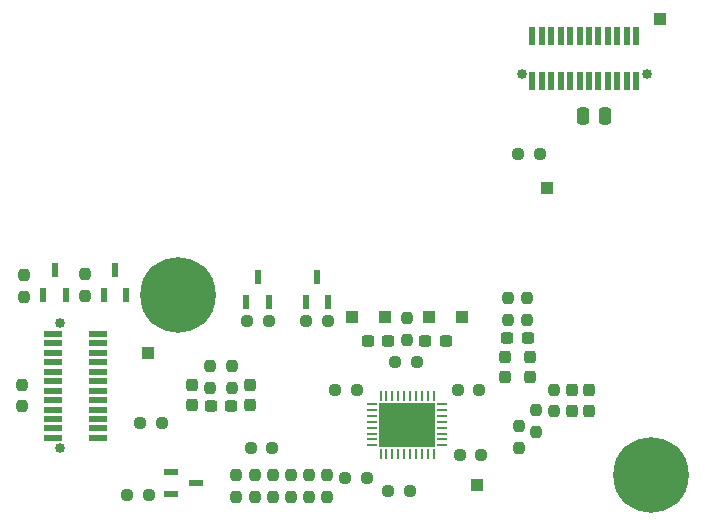
<source format=gbr>
%TF.GenerationSoftware,KiCad,Pcbnew,9.0.0*%
%TF.CreationDate,2026-01-13T23:39:09-06:00*%
%TF.ProjectId,SuppChargerPCB,53757070-4368-4617-9267-65725043422e,rev?*%
%TF.SameCoordinates,Original*%
%TF.FileFunction,Soldermask,Bot*%
%TF.FilePolarity,Negative*%
%FSLAX46Y46*%
G04 Gerber Fmt 4.6, Leading zero omitted, Abs format (unit mm)*
G04 Created by KiCad (PCBNEW 9.0.0) date 2026-01-13 23:39:09*
%MOMM*%
%LPD*%
G01*
G04 APERTURE LIST*
G04 Aperture macros list*
%AMRoundRect*
0 Rectangle with rounded corners*
0 $1 Rounding radius*
0 $2 $3 $4 $5 $6 $7 $8 $9 X,Y pos of 4 corners*
0 Add a 4 corners polygon primitive as box body*
4,1,4,$2,$3,$4,$5,$6,$7,$8,$9,$2,$3,0*
0 Add four circle primitives for the rounded corners*
1,1,$1+$1,$2,$3*
1,1,$1+$1,$4,$5*
1,1,$1+$1,$6,$7*
1,1,$1+$1,$8,$9*
0 Add four rect primitives between the rounded corners*
20,1,$1+$1,$2,$3,$4,$5,0*
20,1,$1+$1,$4,$5,$6,$7,0*
20,1,$1+$1,$6,$7,$8,$9,0*
20,1,$1+$1,$8,$9,$2,$3,0*%
G04 Aperture macros list end*
%ADD10RoundRect,0.250000X-0.300000X-0.300000X0.300000X-0.300000X0.300000X0.300000X-0.300000X0.300000X0*%
%ADD11RoundRect,0.250000X0.300000X0.300000X-0.300000X0.300000X-0.300000X-0.300000X0.300000X-0.300000X0*%
%ADD12C,3.600000*%
%ADD13C,6.400000*%
%ADD14C,0.850000*%
%ADD15R,0.550000X1.500000*%
%ADD16R,1.500000X0.550000*%
%ADD17R,1.000000X1.000000*%
%ADD18R,0.600000X1.250000*%
%ADD19RoundRect,0.237500X-0.250000X-0.237500X0.250000X-0.237500X0.250000X0.237500X-0.250000X0.237500X0*%
%ADD20RoundRect,0.237500X0.237500X-0.250000X0.237500X0.250000X-0.237500X0.250000X-0.237500X-0.250000X0*%
%ADD21RoundRect,0.237500X-0.237500X0.300000X-0.237500X-0.300000X0.237500X-0.300000X0.237500X0.300000X0*%
%ADD22RoundRect,0.237500X-0.237500X0.250000X-0.237500X-0.250000X0.237500X-0.250000X0.237500X0.250000X0*%
%ADD23RoundRect,0.237500X-0.300000X-0.237500X0.300000X-0.237500X0.300000X0.237500X-0.300000X0.237500X0*%
%ADD24RoundRect,0.250000X-0.250000X-0.475000X0.250000X-0.475000X0.250000X0.475000X-0.250000X0.475000X0*%
%ADD25R,0.254000X0.812800*%
%ADD26R,0.812800X0.254000*%
%ADD27R,4.699000X3.708400*%
%ADD28RoundRect,0.237500X0.250000X0.237500X-0.250000X0.237500X-0.250000X-0.237500X0.250000X-0.237500X0*%
%ADD29R,1.250000X0.600000*%
%ADD30RoundRect,0.237500X0.237500X-0.300000X0.237500X0.300000X-0.237500X0.300000X-0.237500X-0.300000X0*%
%ADD31RoundRect,0.237500X0.300000X0.237500X-0.300000X0.237500X-0.300000X-0.237500X0.300000X-0.237500X0*%
G04 APERTURE END LIST*
D10*
%TO.C,D12*%
X102186700Y-100771731D03*
X104986700Y-100771731D03*
%TD*%
D11*
%TO.C,D11*%
X111493300Y-100781731D03*
X108693300Y-100781731D03*
%TD*%
D12*
%TO.C,H1*%
X87490000Y-98890000D03*
D13*
X87490000Y-98890000D03*
%TD*%
D12*
%TO.C,H3*%
X127510000Y-114120000D03*
D13*
X127510000Y-114120000D03*
%TD*%
D14*
%TO.C,J1*%
X116570000Y-80170000D03*
X127170000Y-80170000D03*
D15*
X126270000Y-76970000D03*
X126270000Y-80770000D03*
X125470000Y-76970000D03*
X125470000Y-80770000D03*
X124670000Y-76970000D03*
X124670000Y-80770000D03*
X123870000Y-76970000D03*
X123870000Y-80770000D03*
X123070000Y-76970000D03*
X123070000Y-80770000D03*
X122270000Y-76970000D03*
X122270000Y-80770000D03*
X121470000Y-76970000D03*
X121470000Y-80770000D03*
X120670000Y-76970000D03*
X120670000Y-80770000D03*
X119870000Y-76970000D03*
X119870000Y-80770000D03*
X119070000Y-76970000D03*
X119070000Y-80770000D03*
X118270000Y-76970000D03*
X118270000Y-80770000D03*
X117470000Y-76970000D03*
X117470000Y-80770000D03*
%TD*%
D14*
%TO.C,J2*%
X77462500Y-101300000D03*
X77462500Y-111900000D03*
D16*
X80662500Y-111000000D03*
X76862500Y-111000000D03*
X80662500Y-110200000D03*
X76862500Y-110200000D03*
X80662500Y-109400000D03*
X76862500Y-109400000D03*
X80662500Y-108600000D03*
X76862500Y-108600000D03*
X80662500Y-107800000D03*
X76862500Y-107800000D03*
X80662500Y-107000000D03*
X76862500Y-107000000D03*
X80662500Y-106200000D03*
X76862500Y-106200000D03*
X80662500Y-105400000D03*
X76862500Y-105400000D03*
X80662500Y-104600000D03*
X76862500Y-104600000D03*
X80662500Y-103800000D03*
X76862500Y-103800000D03*
X80662500Y-103000000D03*
X76862500Y-103000000D03*
X80662500Y-102200000D03*
X76862500Y-102200000D03*
%TD*%
D17*
%TO.C,OUT4*%
X112810000Y-114970000D03*
%TD*%
%TO.C,OUT2*%
X84930000Y-103790000D03*
%TD*%
%TO.C,+24V2*%
X118740000Y-89860000D03*
%TD*%
%TO.C,PGND3*%
X128310000Y-75510000D03*
%TD*%
D18*
%TO.C,Q4*%
X77980000Y-98900000D03*
X76080000Y-98900000D03*
X77030000Y-96800000D03*
%TD*%
D19*
%TO.C,R41*%
X93635000Y-111890000D03*
X95460000Y-111890000D03*
%TD*%
D20*
%TO.C,R42*%
X106835000Y-102708146D03*
X106835000Y-100883146D03*
%TD*%
%TO.C,R51*%
X100110000Y-115985000D03*
X100110000Y-114160000D03*
%TD*%
D21*
%TO.C,C26*%
X115150000Y-104155000D03*
X115150000Y-105880000D03*
%TD*%
D20*
%TO.C,R48*%
X95490000Y-115985000D03*
X95490000Y-114160000D03*
%TD*%
D19*
%TO.C,R6*%
X83155000Y-115830000D03*
X84980000Y-115830000D03*
%TD*%
D22*
%TO.C,R2*%
X117810000Y-108650000D03*
X117810000Y-110475000D03*
%TD*%
D20*
%TO.C,R7*%
X74470000Y-99055000D03*
X74470000Y-97230000D03*
%TD*%
D23*
%TO.C,C3*%
X115348510Y-102515000D03*
X117073510Y-102515000D03*
%TD*%
D24*
%TO.C,C7*%
X121740000Y-83730000D03*
X123640000Y-83730000D03*
%TD*%
D23*
%TO.C,C30*%
X90235000Y-108270000D03*
X91960000Y-108270000D03*
%TD*%
D18*
%TO.C,Q2*%
X83110000Y-98900000D03*
X81210000Y-98900000D03*
X82160000Y-96800000D03*
%TD*%
D19*
%TO.C,R33*%
X111155000Y-106918000D03*
X112980000Y-106918000D03*
%TD*%
%TO.C,R4*%
X93325000Y-101125000D03*
X95150000Y-101125000D03*
%TD*%
D25*
%TO.C,U1*%
X109120378Y-112338000D03*
X108620252Y-112338000D03*
X108120126Y-112338000D03*
X107620000Y-112338000D03*
X107119874Y-112338000D03*
X106619748Y-112338000D03*
X106119622Y-112338000D03*
X105619496Y-112338000D03*
X105119370Y-112338000D03*
X104619244Y-112338000D03*
D26*
X103923411Y-111637341D03*
X103923411Y-111137215D03*
X103923411Y-110637089D03*
X103923411Y-110136963D03*
X103923411Y-109636837D03*
X103923411Y-109136711D03*
X103923411Y-108636585D03*
X103923411Y-108136459D03*
D25*
X104619244Y-107435800D03*
X105119370Y-107435800D03*
X105619496Y-107435800D03*
X106119622Y-107435800D03*
X106619748Y-107435800D03*
X107119874Y-107435800D03*
X107620000Y-107435800D03*
X108120126Y-107435800D03*
X108620252Y-107435800D03*
X109120378Y-107435800D03*
D26*
X109816211Y-108136459D03*
X109816211Y-108636585D03*
X109816211Y-109136711D03*
X109816211Y-109636837D03*
X109816211Y-110136963D03*
X109816211Y-110637089D03*
X109816211Y-111137215D03*
X109816211Y-111637341D03*
D27*
X106869811Y-109886900D03*
%TD*%
D28*
%TO.C,R29*%
X113145000Y-112430000D03*
X111320000Y-112430000D03*
%TD*%
D22*
%TO.C,R38*%
X92030000Y-104915000D03*
X92030000Y-106740000D03*
%TD*%
%TO.C,R22*%
X116980000Y-99185000D03*
X116980000Y-101010000D03*
%TD*%
%TO.C,R39*%
X90170000Y-104925000D03*
X90170000Y-106750000D03*
%TD*%
%TO.C,R3*%
X116310000Y-110000000D03*
X116310000Y-111825000D03*
%TD*%
D29*
%TO.C,Q3*%
X86890000Y-115790000D03*
X86890000Y-113890000D03*
X88990000Y-114840000D03*
%TD*%
D20*
%TO.C,R45*%
X92410000Y-115995000D03*
X92410000Y-114170000D03*
%TD*%
D21*
%TO.C,C9*%
X120810000Y-106975000D03*
X120810000Y-108700000D03*
%TD*%
D28*
%TO.C,R9*%
X118090000Y-86930000D03*
X116265000Y-86930000D03*
%TD*%
%TO.C,R30*%
X107670000Y-104588000D03*
X105845000Y-104588000D03*
%TD*%
D19*
%TO.C,R40*%
X84285000Y-109725000D03*
X86110000Y-109725000D03*
%TD*%
D18*
%TO.C,Q5*%
X100175000Y-99475000D03*
X98275000Y-99475000D03*
X99225000Y-97375000D03*
%TD*%
D20*
%TO.C,R46*%
X93950000Y-115995000D03*
X93950000Y-114170000D03*
%TD*%
%TO.C,R10*%
X74300000Y-108340000D03*
X74300000Y-106515000D03*
%TD*%
D22*
%TO.C,R1*%
X119310000Y-106925000D03*
X119310000Y-108750000D03*
%TD*%
D19*
%TO.C,R8*%
X98325000Y-101125000D03*
X100150000Y-101125000D03*
%TD*%
%TO.C,R12*%
X105270000Y-115470000D03*
X107095000Y-115470000D03*
%TD*%
D21*
%TO.C,C2*%
X122310000Y-106975000D03*
X122310000Y-108700000D03*
%TD*%
D19*
%TO.C,R35*%
X100785000Y-106948000D03*
X102610000Y-106948000D03*
%TD*%
D20*
%TO.C,R5*%
X79600000Y-98985000D03*
X79600000Y-97160000D03*
%TD*%
D30*
%TO.C,C31*%
X88660000Y-108220000D03*
X88660000Y-106495000D03*
%TD*%
D20*
%TO.C,R49*%
X97030000Y-115985000D03*
X97030000Y-114160000D03*
%TD*%
D28*
%TO.C,R47*%
X103450000Y-114400000D03*
X101625000Y-114400000D03*
%TD*%
D31*
%TO.C,C33*%
X105268789Y-102833146D03*
X103543789Y-102833146D03*
%TD*%
D23*
%TO.C,C32*%
X108405000Y-102831731D03*
X110130000Y-102831731D03*
%TD*%
D30*
%TO.C,C28*%
X93550000Y-108250000D03*
X93550000Y-106525000D03*
%TD*%
D18*
%TO.C,Q1*%
X95170000Y-99470000D03*
X93270000Y-99470000D03*
X94220000Y-97370000D03*
%TD*%
D22*
%TO.C,R31*%
X115450000Y-99195000D03*
X115450000Y-101020000D03*
%TD*%
D21*
%TO.C,C22*%
X117283510Y-104155000D03*
X117283510Y-105880000D03*
%TD*%
D20*
%TO.C,R50*%
X98570000Y-115985000D03*
X98570000Y-114160000D03*
%TD*%
M02*

</source>
